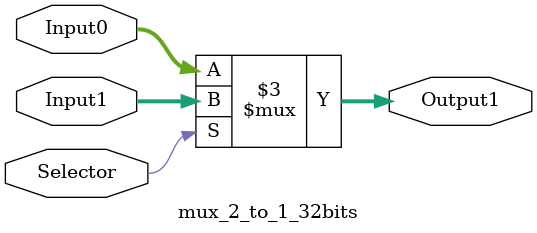
<source format=v>
`timescale 1ns/1ns
module mux_2_to_1_32bits (Output1, Input0, Input1, Selector);
    input [31:0] Input0, Input1;
    input Selector;
    
    output reg [31:0] Output1;
    
    always @(*)
    begin
        Output1 = (Selector == 1'b0) ? Input0 : Input1;
    end
endmodule


</source>
